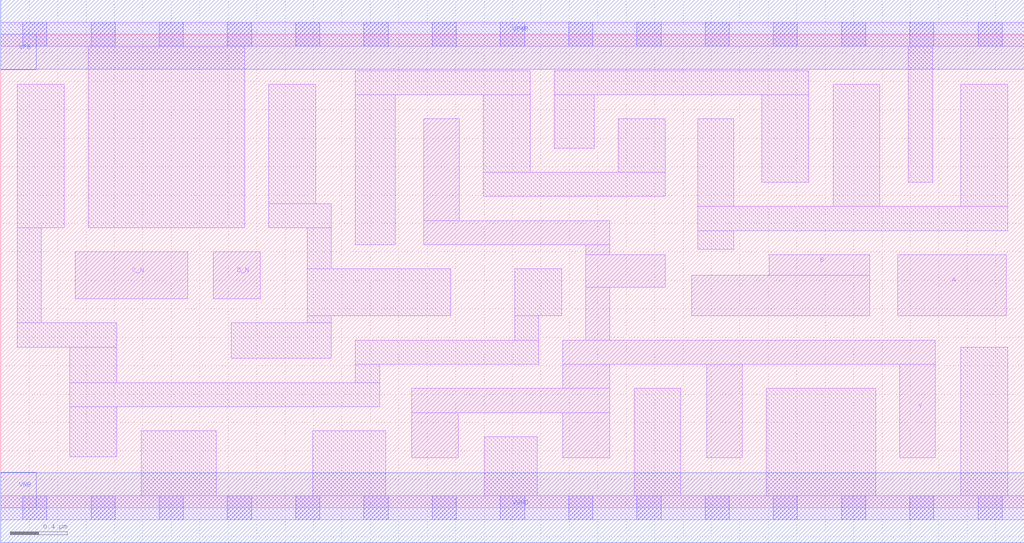
<source format=lef>
# Copyright 2020 The SkyWater PDK Authors
#
# Licensed under the Apache License, Version 2.0 (the "License");
# you may not use this file except in compliance with the License.
# You may obtain a copy of the License at
#
#     https://www.apache.org/licenses/LICENSE-2.0
#
# Unless required by applicable law or agreed to in writing, software
# distributed under the License is distributed on an "AS IS" BASIS,
# WITHOUT WARRANTIES OR CONDITIONS OF ANY KIND, either express or implied.
# See the License for the specific language governing permissions and
# limitations under the License.
#
# SPDX-License-Identifier: Apache-2.0

VERSION 5.5 ;
NAMESCASESENSITIVE ON ;
BUSBITCHARS "[]" ;
DIVIDERCHAR "/" ;
MACRO sky130_fd_sc_ms__nor4bb_2
  CLASS CORE ;
  SOURCE USER ;
  ORIGIN  0.000000  0.000000 ;
  SIZE  7.200000 BY  3.330000 ;
  SYMMETRY X Y ;
  SITE unit ;
  PIN A
    ANTENNAGATEAREA  0.558000 ;
    DIRECTION INPUT ;
    USE SIGNAL ;
    PORT
      LAYER li1 ;
        RECT 6.310000 1.350000 7.075000 1.780000 ;
    END
  END A
  PIN B
    ANTENNAGATEAREA  0.558000 ;
    DIRECTION INPUT ;
    USE SIGNAL ;
    PORT
      LAYER li1 ;
        RECT 4.860000 1.350000 6.115000 1.635000 ;
        RECT 5.405000 1.635000 6.115000 1.780000 ;
    END
  END B
  PIN C_N
    ANTENNAGATEAREA  0.246000 ;
    DIRECTION INPUT ;
    USE SIGNAL ;
    PORT
      LAYER li1 ;
        RECT 0.525000 1.470000 1.315000 1.800000 ;
    END
  END C_N
  PIN D_N
    ANTENNAGATEAREA  0.246000 ;
    DIRECTION INPUT ;
    USE SIGNAL ;
    PORT
      LAYER li1 ;
        RECT 1.495000 1.470000 1.825000 1.800000 ;
    END
  END D_N
  PIN Y
    ANTENNADIFFAREA  1.198100 ;
    DIRECTION OUTPUT ;
    USE SIGNAL ;
    PORT
      LAYER li1 ;
        RECT 2.890000 0.350000 3.220000 0.670000 ;
        RECT 2.890000 0.670000 4.285000 0.840000 ;
        RECT 2.975000 1.850000 4.285000 2.020000 ;
        RECT 2.975000 2.020000 3.225000 2.735000 ;
        RECT 3.955000 0.350000 4.285000 0.670000 ;
        RECT 3.955000 0.840000 4.285000 1.010000 ;
        RECT 3.955000 1.010000 6.575000 1.180000 ;
        RECT 4.115000 1.180000 4.285000 1.550000 ;
        RECT 4.115000 1.550000 4.675000 1.780000 ;
        RECT 4.115000 1.780000 4.285000 1.850000 ;
        RECT 4.965000 0.350000 5.215000 1.010000 ;
        RECT 6.325000 0.350000 6.575000 1.010000 ;
    END
  END Y
  PIN VGND
    DIRECTION INOUT ;
    USE GROUND ;
    PORT
      LAYER met1 ;
        RECT 0.000000 -0.245000 7.200000 0.245000 ;
    END
  END VGND
  PIN VNB
    DIRECTION INOUT ;
    USE GROUND ;
    PORT
    END
  END VNB
  PIN VPB
    DIRECTION INOUT ;
    USE POWER ;
    PORT
    END
  END VPB
  PIN VNB
    DIRECTION INOUT ;
    USE GROUND ;
    PORT
      LAYER met1 ;
        RECT 0.000000 0.000000 0.250000 0.250000 ;
    END
  END VNB
  PIN VPB
    DIRECTION INOUT ;
    USE POWER ;
    PORT
      LAYER met1 ;
        RECT 0.000000 3.080000 0.250000 3.330000 ;
    END
  END VPB
  PIN VPWR
    DIRECTION INOUT ;
    USE POWER ;
    PORT
      LAYER met1 ;
        RECT 0.000000 3.085000 7.200000 3.575000 ;
    END
  END VPWR
  OBS
    LAYER li1 ;
      RECT 0.000000 -0.085000 7.200000 0.085000 ;
      RECT 0.000000  3.245000 7.200000 3.415000 ;
      RECT 0.115000  1.130000 0.815000 1.300000 ;
      RECT 0.115000  1.300000 0.285000 1.970000 ;
      RECT 0.115000  1.970000 0.445000 2.980000 ;
      RECT 0.485000  0.360000 0.815000 0.710000 ;
      RECT 0.485000  0.710000 2.665000 0.880000 ;
      RECT 0.485000  0.880000 0.815000 1.130000 ;
      RECT 0.615000  1.970000 1.715000 3.245000 ;
      RECT 0.990000  0.085000 1.515000 0.540000 ;
      RECT 1.620000  1.050000 2.325000 1.300000 ;
      RECT 1.885000  1.970000 2.325000 2.140000 ;
      RECT 1.885000  2.140000 2.215000 2.980000 ;
      RECT 2.155000  1.300000 2.325000 1.350000 ;
      RECT 2.155000  1.350000 3.165000 1.680000 ;
      RECT 2.155000  1.680000 2.325000 1.970000 ;
      RECT 2.195000  0.085000 2.710000 0.540000 ;
      RECT 2.495000  0.880000 2.665000 1.010000 ;
      RECT 2.495000  1.010000 3.785000 1.180000 ;
      RECT 2.495000  1.850000 2.775000 2.905000 ;
      RECT 2.495000  2.905000 3.725000 3.075000 ;
      RECT 3.395000  2.190000 4.675000 2.360000 ;
      RECT 3.395000  2.360000 3.725000 2.905000 ;
      RECT 3.400000  0.085000 3.775000 0.500000 ;
      RECT 3.615000  1.180000 3.785000 1.350000 ;
      RECT 3.615000  1.350000 3.945000 1.680000 ;
      RECT 3.895000  2.530000 4.175000 2.905000 ;
      RECT 3.895000  2.905000 5.685000 3.075000 ;
      RECT 4.345000  2.360000 4.675000 2.735000 ;
      RECT 4.455000  0.085000 4.785000 0.840000 ;
      RECT 4.905000  1.820000 5.155000 1.950000 ;
      RECT 4.905000  1.950000 7.085000 2.120000 ;
      RECT 4.905000  2.120000 5.155000 2.735000 ;
      RECT 5.355000  2.290000 5.685000 2.905000 ;
      RECT 5.385000  0.085000 6.155000 0.840000 ;
      RECT 5.855000  2.120000 6.185000 2.980000 ;
      RECT 6.385000  2.290000 6.555000 3.245000 ;
      RECT 6.755000  0.085000 7.085000 1.130000 ;
      RECT 6.755000  2.120000 7.085000 2.980000 ;
    LAYER mcon ;
      RECT 0.155000 -0.085000 0.325000 0.085000 ;
      RECT 0.155000  3.245000 0.325000 3.415000 ;
      RECT 0.635000 -0.085000 0.805000 0.085000 ;
      RECT 0.635000  3.245000 0.805000 3.415000 ;
      RECT 1.115000 -0.085000 1.285000 0.085000 ;
      RECT 1.115000  3.245000 1.285000 3.415000 ;
      RECT 1.595000 -0.085000 1.765000 0.085000 ;
      RECT 1.595000  3.245000 1.765000 3.415000 ;
      RECT 2.075000 -0.085000 2.245000 0.085000 ;
      RECT 2.075000  3.245000 2.245000 3.415000 ;
      RECT 2.555000 -0.085000 2.725000 0.085000 ;
      RECT 2.555000  3.245000 2.725000 3.415000 ;
      RECT 3.035000 -0.085000 3.205000 0.085000 ;
      RECT 3.035000  3.245000 3.205000 3.415000 ;
      RECT 3.515000 -0.085000 3.685000 0.085000 ;
      RECT 3.515000  3.245000 3.685000 3.415000 ;
      RECT 3.995000 -0.085000 4.165000 0.085000 ;
      RECT 3.995000  3.245000 4.165000 3.415000 ;
      RECT 4.475000 -0.085000 4.645000 0.085000 ;
      RECT 4.475000  3.245000 4.645000 3.415000 ;
      RECT 4.955000 -0.085000 5.125000 0.085000 ;
      RECT 4.955000  3.245000 5.125000 3.415000 ;
      RECT 5.435000 -0.085000 5.605000 0.085000 ;
      RECT 5.435000  3.245000 5.605000 3.415000 ;
      RECT 5.915000 -0.085000 6.085000 0.085000 ;
      RECT 5.915000  3.245000 6.085000 3.415000 ;
      RECT 6.395000 -0.085000 6.565000 0.085000 ;
      RECT 6.395000  3.245000 6.565000 3.415000 ;
      RECT 6.875000 -0.085000 7.045000 0.085000 ;
      RECT 6.875000  3.245000 7.045000 3.415000 ;
  END
END sky130_fd_sc_ms__nor4bb_2
END LIBRARY

</source>
